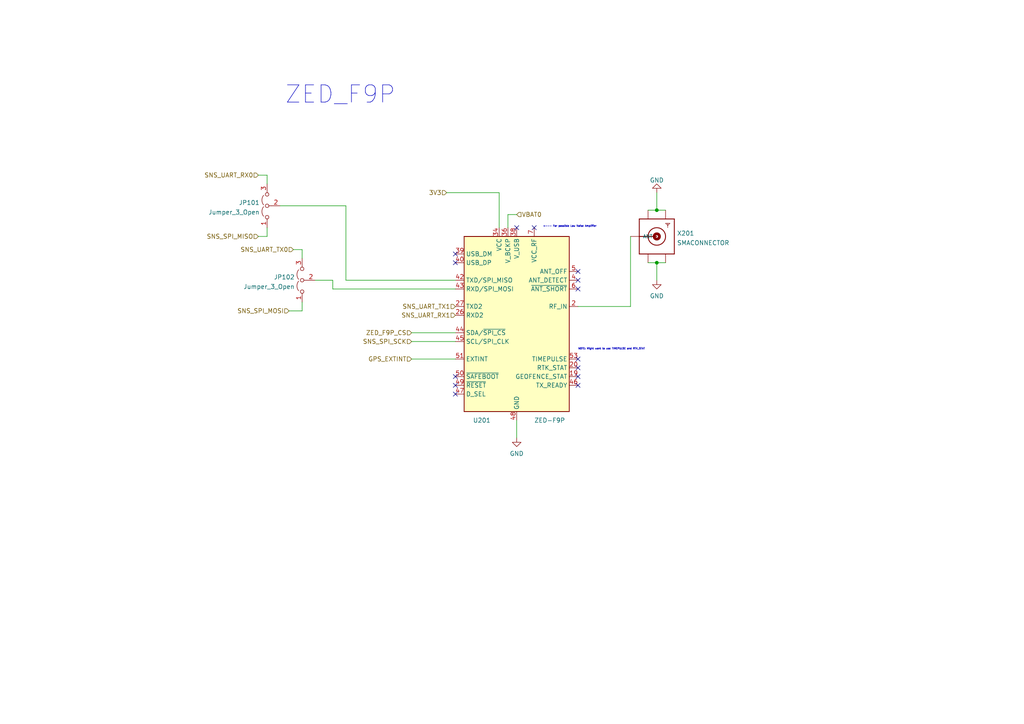
<source format=kicad_sch>
(kicad_sch (version 20211123) (generator eeschema)
  (paper "A4")
  (lib_symbols
    (symbol "Jumper:Jumper_3_Open" (pin_names (offset 0) hide)
      (property "Reference" "JP" (at -2.54 -2.54 0))
      (property "Value" "Jumper_3_Open" (at 0 2.794 0))
      (symbol "Jumper_3_Open_0_0"
        (circle (center -3.302 0) (radius 0.508))
        (circle (center 0 0) (radius 0.508))
        (circle (center 3.302 0) (radius 0.508))
      )
      (symbol "Jumper_3_Open_0_1"
        (arc (start -0.254 1.016) (mid -1.651 1.4992) (end -3.048 1.016))
        (polyline (pts (xy 0 -0.508) (xy 0 -1.27)))
        (arc (start 3.048 1.016) (mid 1.651 1.4992) (end 0.254 1.016))
      )
      (symbol "Jumper_3_Open_1_1"
        (pin passive line (at -6.35 0 0) (length 2.54) (name "A") (number "1"))
        (pin input line (at 0 -3.81 90) (length 2.54) (name "C") (number "2"))
        (pin passive line (at 6.35 0 180) (length 2.54) (name "B") (number "3"))
      )
    )
    (symbol "RF_GPS:ZED-F9P"
      (property "Reference" "U" (at -13.97 26.67 0))
      (property "Value" "ZED-F9P" (at 11.43 26.67 0))
      (symbol "ZED-F9P_0_1"
        (rectangle (start -15.24 25.4) (end 15.24 -25.4) (stroke (width 0.254)) (fill (type background)))
      )
      (symbol "ZED-F9P_1_1"
        (pin passive line (at 0 -27.94 90) (length 2.54) hide (name "GND") (number "1"))
        (pin no_connect line (at -15.24 7.62 0) (length 2.54) hide (name "Reserved") (number "10"))
        (pin no_connect line (at -15.24 0 0) (length 2.54) hide (name "Reserved") (number "11"))
        (pin passive line (at 0 -27.94 90) (length 2.54) hide (name "GND") (number "12"))
        (pin no_connect line (at -15.24 -7.62 0) (length 2.54) hide (name "Reserved") (number "13"))
        (pin passive line (at 0 -27.94 90) (length 2.54) hide (name "GND") (number "14"))
        (pin no_connect line (at -15.24 -12.7 0) (length 2.54) hide (name "Reserved") (number "15"))
        (pin no_connect line (at -7.62 -25.4 90) (length 2.54) hide (name "Reserved") (number "16"))
        (pin no_connect line (at -5.08 -25.4 90) (length 2.54) hide (name "Reserved") (number "17"))
        (pin no_connect line (at -2.54 -25.4 90) (length 2.54) hide (name "Reserved") (number "18"))
        (pin output line (at 17.78 -15.24 180) (length 2.54) (name "GEOFENCE_STAT") (number "19"))
        (pin input line (at 17.78 5.08 180) (length 2.54) (name "RF_IN") (number "2"))
        (pin output line (at 17.78 -12.7 180) (length 2.54) (name "RTK_STAT") (number "20"))
        (pin no_connect line (at 2.54 -25.4 90) (length 2.54) hide (name "Reserved") (number "21"))
        (pin no_connect line (at 5.08 -25.4 90) (length 2.54) hide (name "Reserved") (number "22"))
        (pin no_connect line (at 7.62 -25.4 90) (length 2.54) hide (name "Reserved") (number "23"))
        (pin no_connect line (at 15.24 -7.62 180) (length 2.54) hide (name "Reserved") (number "24"))
        (pin no_connect line (at 15.24 -5.08 180) (length 2.54) hide (name "Reserved") (number "25"))
        (pin input line (at -17.78 2.54 0) (length 2.54) (name "RXD2") (number "26"))
        (pin output line (at -17.78 5.08 0) (length 2.54) (name "TXD2") (number "27"))
        (pin no_connect line (at 15.24 -2.54 180) (length 2.54) hide (name "Reserved") (number "28"))
        (pin no_connect line (at 15.24 0 180) (length 2.54) hide (name "Reserved") (number "29"))
        (pin passive line (at 0 -27.94 90) (length 2.54) hide (name "GND") (number "3"))
        (pin no_connect line (at 15.24 2.54 180) (length 2.54) hide (name "Reserved") (number "30"))
        (pin no_connect line (at 15.24 7.62 180) (length 2.54) hide (name "Reserved") (number "31"))
        (pin passive line (at 0 -27.94 90) (length 2.54) hide (name "GND") (number "32"))
        (pin passive line (at -5.08 27.94 270) (length 2.54) hide (name "VCC") (number "33"))
        (pin power_in line (at -5.08 27.94 270) (length 2.54) (name "VCC") (number "34"))
        (pin no_connect line (at 15.24 17.78 180) (length 2.54) hide (name "Reserved") (number "35"))
        (pin power_in line (at -2.54 27.94 270) (length 2.54) (name "V_BCKP") (number "36"))
        (pin passive line (at 0 -27.94 90) (length 2.54) hide (name "GND") (number "37"))
        (pin power_in line (at 0 27.94 270) (length 2.54) (name "V_USB") (number "38"))
        (pin bidirectional line (at -17.78 20.32 0) (length 2.54) (name "USB_DM") (number "39"))
        (pin input line (at 17.78 12.7 180) (length 2.54) (name "ANT_DETECT") (number "4"))
        (pin bidirectional line (at -17.78 17.78 0) (length 2.54) (name "USB_DP") (number "40"))
        (pin passive line (at 0 -27.94 90) (length 2.54) hide (name "GND") (number "41"))
        (pin output line (at -17.78 12.7 0) (length 2.54) (name "TXD/SPI_MISO") (number "42"))
        (pin input line (at -17.78 10.16 0) (length 2.54) (name "RXD/SPI_MOSI") (number "43"))
        (pin bidirectional line (at -17.78 -2.54 0) (length 2.54) (name "SDA/~{SPI_CS}") (number "44"))
        (pin bidirectional line (at -17.78 -5.08 0) (length 2.54) (name "SCL/SPI_CLK") (number "45"))
        (pin output line (at 17.78 -17.78 180) (length 2.54) (name "TX_READY") (number "46"))
        (pin input line (at -17.78 -20.32 0) (length 2.54) (name "D_SEL") (number "47"))
        (pin power_in line (at 0 -27.94 90) (length 2.54) (name "GND") (number "48"))
        (pin input line (at -17.78 -17.78 0) (length 2.54) (name "~{RESET}") (number "49"))
        (pin output line (at 17.78 15.24 180) (length 2.54) (name "ANT_OFF") (number "5"))
        (pin input line (at -17.78 -15.24 0) (length 2.54) (name "~{SAFEBOOT}") (number "50"))
        (pin input line (at -17.78 -10.16 0) (length 2.54) (name "EXTINT") (number "51"))
        (pin no_connect line (at 15.24 20.32 180) (length 2.54) hide (name "Reserved") (number "52"))
        (pin output line (at 17.78 -10.16 180) (length 2.54) (name "TIMEPULSE") (number "53"))
        (pin no_connect line (at 15.24 22.86 180) (length 2.54) hide (name "Reserved") (number "54"))
        (pin passive line (at 0 -27.94 90) (length 2.54) hide (name "GND") (number "55"))
        (pin input line (at 17.78 10.16 180) (length 2.54) (name "~{ANT_SHORT}") (number "6"))
        (pin power_out line (at 5.08 27.94 270) (length 2.54) (name "VCC_RF") (number "7"))
        (pin no_connect line (at -15.24 22.86 0) (length 2.54) hide (name "Reserved") (number "8"))
        (pin no_connect line (at -15.24 15.24 0) (length 2.54) hide (name "Reserved") (number "9"))
      )
    )
    (symbol "SENSOR_SUITE-rescue:SMACONNECTOR-SMACONNECTOR-SENSOR_SUITE-rescue" (pin_numbers hide) (pin_names (offset 1.016))
      (property "Reference" "X" (at 7.62 2.54 0))
      (property "Value" "SMACONNECTOR-SMACONNECTOR-SENSOR_SUITE-rescue" (at 7.62 0 0))
      (symbol "SMACONNECTOR-SMACONNECTOR-SENSOR_SUITE-rescue_0_0"
        (polyline (pts (xy -5.08 -5.08) (xy -5.08 0)) (stroke (width 0.254)))
        (polyline (pts (xy -5.08 0) (xy -5.08 5.08)) (stroke (width 0.254)))
        (polyline (pts (xy -5.08 0) (xy 0 0)) (stroke (width 0.254)))
        (polyline (pts (xy -5.08 5.08) (xy 5.08 5.08)) (stroke (width 0.254)))
        (polyline (pts (xy 2.54 3.81) (xy 3.175 3.81)) (stroke (width 0.127)))
        (polyline (pts (xy 3.175 3.175) (xy 2.54 3.81)) (stroke (width 0.127)))
        (polyline (pts (xy 3.175 3.81) (xy 3.175 2.54)) (stroke (width 0.127)))
        (polyline (pts (xy 3.175 3.81) (xy 3.81 3.81)) (stroke (width 0.127)))
        (polyline (pts (xy 3.81 3.81) (xy 3.175 3.175)) (stroke (width 0.127)))
        (polyline (pts (xy 5.08 -5.08) (xy -5.08 -5.08)) (stroke (width 0.254)))
        (polyline (pts (xy 5.08 5.08) (xy 5.08 -5.08)) (stroke (width 0.254)))
        (circle (center 0 0) (radius 0.3556) (stroke (width 0.8128)))
        (circle (center 0 0) (radius 2.54) (stroke (width 0.254)))
        (pin bidirectional line (at -7.62 0 0) (length 2.54) (name "ANT") (number "ANTENNA"))
        (pin power_in line (at -2.54 7.62 270) (length 2.54) (name "~") (number "GND1"))
        (pin power_in line (at 2.54 7.62 270) (length 2.54) (name "~") (number "GND2"))
        (pin power_in line (at -2.54 -7.62 90) (length 2.54) (name "~") (number "GND3"))
        (pin power_in line (at 2.54 -7.62 90) (length 2.54) (name "~") (number "GND4"))
      )
    )
    (symbol "power:GND" (power) (pin_names (offset 0))
      (property "Value" "GND" (at 0 -3.81 0))
      (symbol "GND_0_1"
        (polyline (pts (xy 0 0) (xy 0 -1.27) (xy 1.27 -1.27) (xy 0 -2.54) (xy -1.27 -1.27) (xy 0 -1.27)))
      )
      (symbol "GND_1_1"
        (pin power_in line (at 0 0 270) (length 0) hide (name "GND") (number "1"))
      )
    )
  )
  (junction (at 190.5 60.96))
  (junction (at 190.5 76.2))
  (no_connect (at 167.64 109.22))
  (no_connect (at 154.94 66.04))
  (no_connect (at 167.64 111.76))
  (no_connect (at 132.08 109.22))
  (no_connect (at 132.08 111.76))
  (no_connect (at 132.08 114.3))
  (no_connect (at 149.86 66.04))
  (no_connect (at 132.08 73.66))
  (no_connect (at 132.08 76.2))
  (no_connect (at 167.64 78.74))
  (no_connect (at 167.64 81.28))
  (no_connect (at 167.64 83.82))
  (no_connect (at 167.64 104.14))
  (no_connect (at 167.64 106.68))
  (wire (pts (xy 182.88 88.9) (xy 182.88 68.58)))
  (wire (pts (xy 87.63 72.39) (xy 85.09 72.39)))
  (wire (pts (xy 87.63 90.17) (xy 87.63 87.63)))
  (wire (pts (xy 96.52 81.28) (xy 96.52 83.82)))
  (wire (pts (xy 147.32 62.23) (xy 147.32 66.04)))
  (wire (pts (xy 187.96 76.2) (xy 190.5 76.2)))
  (wire (pts (xy 167.64 88.9) (xy 182.88 88.9)))
  (wire (pts (xy 149.86 121.92) (xy 149.86 127)))
  (wire (pts (xy 190.5 55.88) (xy 190.5 60.96)))
  (wire (pts (xy 91.44 81.28) (xy 96.52 81.28)))
  (wire (pts (xy 132.08 81.28) (xy 100.33 81.28)))
  (wire (pts (xy 119.38 104.14) (xy 132.08 104.14)))
  (wire (pts (xy 190.5 60.96) (xy 193.04 60.96)))
  (wire (pts (xy 74.93 68.58) (xy 77.47 68.58)))
  (wire (pts (xy 96.52 83.82) (xy 132.08 83.82)))
  (wire (pts (xy 119.38 99.06) (xy 132.08 99.06)))
  (wire (pts (xy 119.38 96.52) (xy 132.08 96.52)))
  (wire (pts (xy 129.54 55.88) (xy 144.78 55.88)))
  (wire (pts (xy 77.47 53.34) (xy 77.47 50.8)))
  (wire (pts (xy 83.82 90.17) (xy 87.63 90.17)))
  (wire (pts (xy 100.33 81.28) (xy 100.33 59.69)))
  (wire (pts (xy 77.47 50.8) (xy 74.93 50.8)))
  (wire (pts (xy 100.33 59.69) (xy 81.28 59.69)))
  (wire (pts (xy 149.86 62.23) (xy 147.32 62.23)))
  (wire (pts (xy 187.96 60.96) (xy 190.5 60.96)))
  (wire (pts (xy 144.78 66.04) (xy 144.78 55.88)))
  (wire (pts (xy 190.5 76.2) (xy 193.04 76.2)))
  (wire (pts (xy 87.63 74.93) (xy 87.63 72.39)))
  (wire (pts (xy 77.47 66.04) (xy 77.47 68.58)))
  (wire (pts (xy 190.5 76.2) (xy 190.5 81.28)))
  (text "ZED_F9P" (at 82.55 30.48 0) (effects (font (size 5 5)) (justify left bottom)))
  (text "NOTE: Might want to use TIMEPULSE and RTK_STAT" (at 167.64 101.6 0) (effects (font (size 0.5 0.5)) (justify left bottom)))
  (text "<--- For possible Low Noise Amplifier" (at 157.48 66.04 0) (effects (font (size 0.5 0.5)) (justify left bottom)))
  (hierarchical_label "SNS_SPI_MOSI" (shape input) (at 83.82 90.17 180))
  (hierarchical_label "SNS_UART_RX0" (shape input) (at 74.93 50.8 180))
  (hierarchical_label "SNS_UART_TX0" (shape input) (at 85.09 72.39 180))
  (hierarchical_label "VBAT0" (shape input) (at 149.86 62.23 0))
  (hierarchical_label "SNS_UART_RX1" (shape input) (at 132.08 91.44 180))
  (hierarchical_label "SNS_SPI_SCK" (shape input) (at 119.38 99.06 180))
  (hierarchical_label "GPS_EXTINT" (shape input) (at 119.38 104.14 180))
  (hierarchical_label "SNS_SPI_MISO" (shape input) (at 74.93 68.58 180))
  (hierarchical_label "ZED_F9P_CS" (shape input) (at 119.38 96.52 180))
  (hierarchical_label "SNS_UART_TX1" (shape input) (at 132.08 88.9 180))
  (hierarchical_label "3V3" (shape input) (at 129.54 55.88 180))
  (symbol (lib_id "power:GND") (at 190.5 55.88 180) (unit 1)
    (property "Reference" "#PWR0202" (effects hide))
    (property "Value" "GND" (at 190.5 52.2755 0))
  )
  (symbol (lib_id "Jumper:Jumper_3_Open") (at 87.63 81.28 90) (unit 1)
    (property "Reference" "JP102" (at 85.4959 80.3715 90) (effects (justify left)))
    (property "Value" "Jumper_3_Open" (at 85.4959 83.1466 90) (effects (justify left)))
    (property "Footprint" "Jumper:SolderJumper-3_P1.3mm_Open_RoundedPad1.0x1.5mm" (effects hide))
  )
  (symbol (lib_id "power:GND") (at 190.5 81.28 0) (unit 1)
    (property "Reference" "#PWR0203" (effects hide))
    (property "Value" "GND" (at 190.5 85.8425 0))
  )
  (symbol (lib_id "SENSOR_SUITE-rescue:SMACONNECTOR-SMACONNECTOR-SENSOR_SUITE-rescue") (at 190.5 68.58 0) (unit 1)
    (property "Reference" "X201" (at 196.342 67.6715 0) (effects (justify left)))
    (property "Value" "SMACONNECTOR" (at 196.342 70.4466 0) (effects (justify left)))
  )
  (symbol (lib_id "RF_GPS:ZED-F9P") (at 149.86 93.98 0) (unit 1)
    (property "Reference" "U201" (at 137.16 121.92 0) (effects (justify left)))
    (property "Value" "ZED-F9P" (at 154.94 121.92 0) (effects (justify left)))
    (property "Footprint" "RF_GPS:ublox_ZED" (effects hide))
    (property "Datasheet" "https://www.u-blox.com/sites/default/files/ZED-F9P_DataSheet_%28UBX-17051259%29.pdf" (effects hide))
  )
  (symbol (lib_id "Jumper:Jumper_3_Open") (at 77.47 59.69 90) (unit 1)
    (property "Reference" "JP101" (at 75.3359 58.7815 90) (effects (justify left)))
    (property "Value" "Jumper_3_Open" (at 75.3359 61.5566 90) (effects (justify left)))
    (property "Footprint" "Jumper:SolderJumper-3_P1.3mm_Open_RoundedPad1.0x1.5mm" (effects hide))
  )
  (symbol (lib_id "power:GND") (at 149.86 127 0) (unit 1)
    (property "Reference" "#PWR0201" (effects hide))
    (property "Value" "GND" (at 149.86 131.5625 0))
  )
)
</source>
